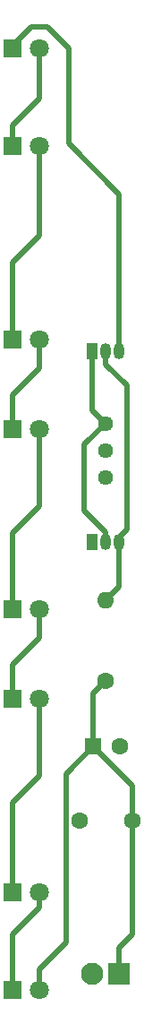
<source format=gbr>
%TF.GenerationSoftware,KiCad,Pcbnew,(6.0.0-rc1-415-g653c7b78d7)*%
%TF.CreationDate,2021-12-23T14:23:56-08:00*%
%TF.ProjectId,Emitter,456d6974-7465-4722-9e6b-696361645f70,rev?*%
%TF.SameCoordinates,Original*%
%TF.FileFunction,Copper,L1,Top*%
%TF.FilePolarity,Positive*%
%FSLAX46Y46*%
G04 Gerber Fmt 4.6, Leading zero omitted, Abs format (unit mm)*
G04 Created by KiCad (PCBNEW (6.0.0-rc1-415-g653c7b78d7)) date 2021-12-23 14:23:56*
%MOMM*%
%LPD*%
G01*
G04 APERTURE LIST*
%TA.AperFunction,ComponentPad*%
%ADD10R,1.800000X1.800000*%
%TD*%
%TA.AperFunction,ComponentPad*%
%ADD11C,1.800000*%
%TD*%
%TA.AperFunction,ComponentPad*%
%ADD12C,1.600000*%
%TD*%
%TA.AperFunction,ComponentPad*%
%ADD13R,2.100000X2.100000*%
%TD*%
%TA.AperFunction,ComponentPad*%
%ADD14C,2.100000*%
%TD*%
%TA.AperFunction,ComponentPad*%
%ADD15C,1.440000*%
%TD*%
%TA.AperFunction,ComponentPad*%
%ADD16O,1.600000X1.600000*%
%TD*%
%TA.AperFunction,ComponentPad*%
%ADD17R,1.600000X1.600000*%
%TD*%
%TA.AperFunction,ComponentPad*%
%ADD18R,1.050000X1.500000*%
%TD*%
%TA.AperFunction,ComponentPad*%
%ADD19O,1.050000X1.500000*%
%TD*%
%TA.AperFunction,Conductor*%
%ADD20C,0.500000*%
%TD*%
G04 APERTURE END LIST*
D10*
%TO.P,D2,1,K*%
%TO.N,Net-(D2-Pad1)*%
X138730000Y-125795000D03*
D11*
%TO.P,D2,2,A*%
%TO.N,Net-(D1-Pad1)*%
X141270000Y-125795000D03*
%TD*%
D10*
%TO.P,D3,1,K*%
%TO.N,Net-(D3-Pad1)*%
X138730000Y-107495000D03*
D11*
%TO.P,D3,2,A*%
%TO.N,Net-(D2-Pad1)*%
X141270000Y-107495000D03*
%TD*%
D10*
%TO.P,D6,1,K*%
%TO.N,Net-(D6-Pad1)*%
X138730000Y-73495000D03*
D11*
%TO.P,D6,2,A*%
%TO.N,Net-(D5-Pad1)*%
X141270000Y-73495000D03*
%TD*%
D10*
%TO.P,D7,1,K*%
%TO.N,Net-(D7-Pad1)*%
X138730000Y-55195000D03*
D11*
%TO.P,D7,2,A*%
%TO.N,Net-(D6-Pad1)*%
X141270000Y-55195000D03*
%TD*%
D10*
%TO.P,D4,1,K*%
%TO.N,Net-(D4-Pad1)*%
X138730000Y-98995000D03*
D11*
%TO.P,D4,2,A*%
%TO.N,Net-(D3-Pad1)*%
X141270000Y-98995000D03*
%TD*%
D10*
%TO.P,D8,1,K*%
%TO.N,Net-(D8-Pad1)*%
X138730000Y-45995000D03*
D11*
%TO.P,D8,2,A*%
%TO.N,Net-(D7-Pad1)*%
X141270000Y-45995000D03*
%TD*%
D10*
%TO.P,D5,1,K*%
%TO.N,Net-(D5-Pad1)*%
X138730000Y-81995000D03*
D11*
%TO.P,D5,2,A*%
%TO.N,Net-(D4-Pad1)*%
X141270000Y-81995000D03*
%TD*%
D10*
%TO.P,D1,1,K*%
%TO.N,Net-(D1-Pad1)*%
X138730000Y-134995000D03*
D11*
%TO.P,D1,2,A*%
%TO.N,+12V*%
X141270000Y-134995000D03*
%TD*%
D12*
%TO.P,C2,1*%
%TO.N,+12V*%
X150005000Y-118995000D03*
%TO.P,C2,2*%
%TO.N,GND*%
X145005000Y-118995000D03*
%TD*%
D13*
%TO.P,J1,1,Pin_1*%
%TO.N,+12V*%
X148775000Y-133495000D03*
D14*
%TO.P,J1,2,Pin_2*%
%TO.N,GND*%
X146235000Y-133495000D03*
%TD*%
D15*
%TO.P,R2,1*%
%TO.N,Net-(Q1-Pad2)*%
X147505000Y-81445000D03*
%TO.P,R2,2*%
%TO.N,GND*%
X147505000Y-83985000D03*
%TO.P,R2,3*%
%TO.N,N/C*%
X147505000Y-86525000D03*
%TD*%
D12*
%TO.P,R1,1*%
%TO.N,+12V*%
X147505000Y-105805000D03*
D16*
%TO.P,R1,2*%
%TO.N,Net-(Q1-Pad3)*%
X147505000Y-98185000D03*
%TD*%
D17*
%TO.P,C1,1*%
%TO.N,+12V*%
X146322621Y-111995000D03*
D12*
%TO.P,C1,2*%
%TO.N,GND*%
X148822621Y-111995000D03*
%TD*%
D18*
%TO.P,Q2,1,S*%
%TO.N,Net-(Q1-Pad2)*%
X146235000Y-74622500D03*
D19*
%TO.P,Q2,2,G*%
%TO.N,Net-(Q1-Pad3)*%
X147505000Y-74622500D03*
%TO.P,Q2,3,D*%
%TO.N,Net-(D8-Pad1)*%
X148775000Y-74622500D03*
%TD*%
D18*
%TO.P,Q1,1,E*%
%TO.N,GND*%
X146235000Y-92622500D03*
D19*
%TO.P,Q1,2,B*%
%TO.N,Net-(Q1-Pad2)*%
X147505000Y-92622500D03*
%TO.P,Q1,3,C*%
%TO.N,Net-(Q1-Pad3)*%
X148775000Y-92622500D03*
%TD*%
D20*
%TO.N,+12V*%
X150005000Y-118995000D02*
X150005000Y-115677379D01*
X141270000Y-132995000D02*
X141270000Y-134995000D01*
X146322621Y-106987379D02*
X147505000Y-105805000D01*
X143755489Y-130509511D02*
X143755489Y-114562132D01*
X143755489Y-114562132D02*
X146322621Y-111995000D01*
X150005000Y-129740000D02*
X148775000Y-130970000D01*
X148775000Y-130970000D02*
X148775000Y-133495000D01*
X141270000Y-132995000D02*
X143755489Y-130509511D01*
X150005000Y-129740000D02*
X150005000Y-118995000D01*
X146322621Y-111995000D02*
X146322621Y-106987379D01*
X150005000Y-115677379D02*
X146322621Y-111995000D01*
%TO.N,Net-(D1-Pad1)*%
X141270000Y-127230000D02*
X138730000Y-129770000D01*
X141270000Y-125795000D02*
X141270000Y-127230000D01*
X138730000Y-129770000D02*
X138730000Y-134995000D01*
%TO.N,Net-(D2-Pad1)*%
X138730000Y-117270000D02*
X141270000Y-114730000D01*
X138730000Y-125795000D02*
X138730000Y-117270000D01*
X141270000Y-114730000D02*
X141270000Y-107495000D01*
%TO.N,Net-(D3-Pad1)*%
X141270000Y-101730000D02*
X141270000Y-98995000D01*
X138730000Y-104270000D02*
X141270000Y-101730000D01*
X138730000Y-107495000D02*
X138730000Y-104270000D01*
%TO.N,Net-(D4-Pad1)*%
X138730000Y-98995000D02*
X138730000Y-91770000D01*
X138730000Y-91770000D02*
X141270000Y-89230000D01*
X141270000Y-89230000D02*
X141270000Y-81995000D01*
%TO.N,Net-(D5-Pad1)*%
X141270000Y-76230000D02*
X141270000Y-73495000D01*
X138730000Y-78770000D02*
X141270000Y-76230000D01*
X138730000Y-81995000D02*
X138730000Y-78770000D01*
%TO.N,Net-(D6-Pad1)*%
X141270000Y-63730000D02*
X141270000Y-55195000D01*
X138730000Y-73495000D02*
X138730000Y-66270000D01*
X138730000Y-66270000D02*
X141270000Y-63730000D01*
%TO.N,Net-(D7-Pad1)*%
X138730000Y-55195000D02*
X138730000Y-53270000D01*
X138730000Y-53270000D02*
X141270000Y-50730000D01*
X141270000Y-50730000D02*
X141270000Y-45995000D01*
%TO.N,Net-(D8-Pad1)*%
X142005000Y-43995000D02*
X140505000Y-43995000D01*
X148775000Y-74622500D02*
X148775000Y-59765000D01*
X144005000Y-45995000D02*
X142005000Y-43995000D01*
X140505000Y-43995000D02*
X138730000Y-45770000D01*
X138730000Y-45770000D02*
X138730000Y-45995000D01*
X144005000Y-54995000D02*
X144005000Y-45995000D01*
X148775000Y-59765000D02*
X144005000Y-54995000D01*
%TO.N,Net-(Q1-Pad2)*%
X146235000Y-80175000D02*
X146235000Y-74622500D01*
X145505000Y-83445000D02*
X147505000Y-81445000D01*
X147505000Y-91718478D02*
X145505000Y-89718478D01*
X145505000Y-89718478D02*
X145505000Y-83445000D01*
X147505000Y-81445000D02*
X146235000Y-80175000D01*
X147505000Y-92622500D02*
X147505000Y-91718478D01*
%TO.N,Net-(Q1-Pad3)*%
X147505000Y-98185000D02*
X148775000Y-96915000D01*
X149505000Y-77872500D02*
X147505000Y-75872500D01*
X148775000Y-92622500D02*
X148775000Y-92225000D01*
X149505000Y-91495000D02*
X149505000Y-77872500D01*
X148775000Y-96915000D02*
X148775000Y-92622500D01*
X148775000Y-92225000D02*
X149505000Y-91495000D01*
X147505000Y-75872500D02*
X147505000Y-74622500D01*
%TD*%
M02*

</source>
